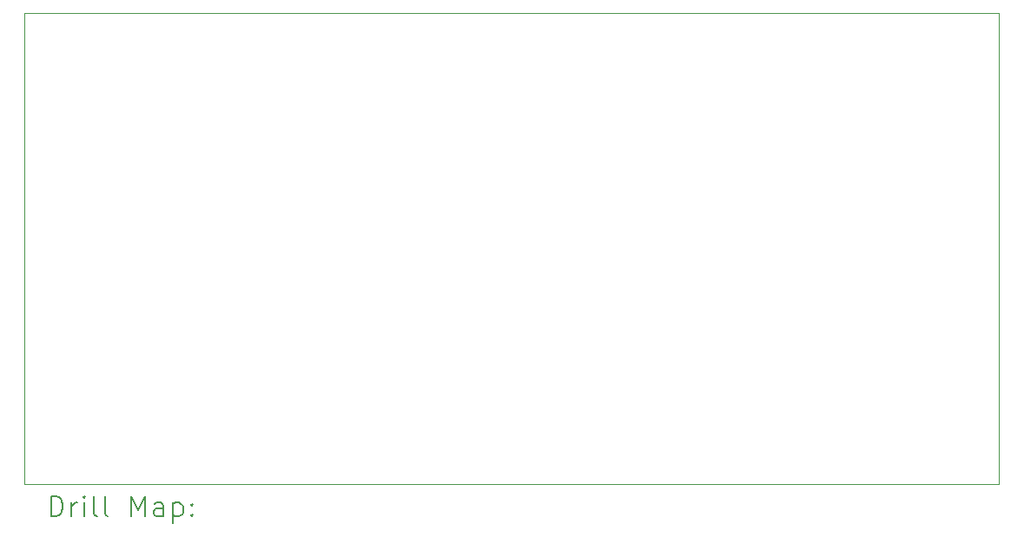
<source format=gbr>
%TF.GenerationSoftware,KiCad,Pcbnew,9.0.7-1.fc42*%
%TF.CreationDate,2026-02-18T17:36:39+01:00*%
%TF.ProjectId,bananabus,62616e61-6e61-4627-9573-2e6b69636164,rev?*%
%TF.SameCoordinates,Original*%
%TF.FileFunction,Drillmap*%
%TF.FilePolarity,Positive*%
%FSLAX45Y45*%
G04 Gerber Fmt 4.5, Leading zero omitted, Abs format (unit mm)*
G04 Created by KiCad (PCBNEW 9.0.7-1.fc42) date 2026-02-18 17:36:39*
%MOMM*%
%LPD*%
G01*
G04 APERTURE LIST*
%ADD10C,0.050000*%
%ADD11C,0.200000*%
G04 APERTURE END LIST*
D10*
X10100000Y-5550000D02*
X19600000Y-5550000D01*
X19600000Y-10150000D01*
X10100000Y-10150000D01*
X10100000Y-5550000D01*
D11*
X10358277Y-10463984D02*
X10358277Y-10263984D01*
X10358277Y-10263984D02*
X10405896Y-10263984D01*
X10405896Y-10263984D02*
X10434467Y-10273508D01*
X10434467Y-10273508D02*
X10453515Y-10292555D01*
X10453515Y-10292555D02*
X10463039Y-10311603D01*
X10463039Y-10311603D02*
X10472563Y-10349698D01*
X10472563Y-10349698D02*
X10472563Y-10378270D01*
X10472563Y-10378270D02*
X10463039Y-10416365D01*
X10463039Y-10416365D02*
X10453515Y-10435412D01*
X10453515Y-10435412D02*
X10434467Y-10454460D01*
X10434467Y-10454460D02*
X10405896Y-10463984D01*
X10405896Y-10463984D02*
X10358277Y-10463984D01*
X10558277Y-10463984D02*
X10558277Y-10330650D01*
X10558277Y-10368746D02*
X10567801Y-10349698D01*
X10567801Y-10349698D02*
X10577324Y-10340174D01*
X10577324Y-10340174D02*
X10596372Y-10330650D01*
X10596372Y-10330650D02*
X10615420Y-10330650D01*
X10682086Y-10463984D02*
X10682086Y-10330650D01*
X10682086Y-10263984D02*
X10672563Y-10273508D01*
X10672563Y-10273508D02*
X10682086Y-10283031D01*
X10682086Y-10283031D02*
X10691610Y-10273508D01*
X10691610Y-10273508D02*
X10682086Y-10263984D01*
X10682086Y-10263984D02*
X10682086Y-10283031D01*
X10805896Y-10463984D02*
X10786848Y-10454460D01*
X10786848Y-10454460D02*
X10777324Y-10435412D01*
X10777324Y-10435412D02*
X10777324Y-10263984D01*
X10910658Y-10463984D02*
X10891610Y-10454460D01*
X10891610Y-10454460D02*
X10882086Y-10435412D01*
X10882086Y-10435412D02*
X10882086Y-10263984D01*
X11139229Y-10463984D02*
X11139229Y-10263984D01*
X11139229Y-10263984D02*
X11205896Y-10406841D01*
X11205896Y-10406841D02*
X11272562Y-10263984D01*
X11272562Y-10263984D02*
X11272562Y-10463984D01*
X11453515Y-10463984D02*
X11453515Y-10359222D01*
X11453515Y-10359222D02*
X11443991Y-10340174D01*
X11443991Y-10340174D02*
X11424943Y-10330650D01*
X11424943Y-10330650D02*
X11386848Y-10330650D01*
X11386848Y-10330650D02*
X11367801Y-10340174D01*
X11453515Y-10454460D02*
X11434467Y-10463984D01*
X11434467Y-10463984D02*
X11386848Y-10463984D01*
X11386848Y-10463984D02*
X11367801Y-10454460D01*
X11367801Y-10454460D02*
X11358277Y-10435412D01*
X11358277Y-10435412D02*
X11358277Y-10416365D01*
X11358277Y-10416365D02*
X11367801Y-10397317D01*
X11367801Y-10397317D02*
X11386848Y-10387793D01*
X11386848Y-10387793D02*
X11434467Y-10387793D01*
X11434467Y-10387793D02*
X11453515Y-10378270D01*
X11548753Y-10330650D02*
X11548753Y-10530650D01*
X11548753Y-10340174D02*
X11567801Y-10330650D01*
X11567801Y-10330650D02*
X11605896Y-10330650D01*
X11605896Y-10330650D02*
X11624943Y-10340174D01*
X11624943Y-10340174D02*
X11634467Y-10349698D01*
X11634467Y-10349698D02*
X11643991Y-10368746D01*
X11643991Y-10368746D02*
X11643991Y-10425889D01*
X11643991Y-10425889D02*
X11634467Y-10444936D01*
X11634467Y-10444936D02*
X11624943Y-10454460D01*
X11624943Y-10454460D02*
X11605896Y-10463984D01*
X11605896Y-10463984D02*
X11567801Y-10463984D01*
X11567801Y-10463984D02*
X11548753Y-10454460D01*
X11729705Y-10444936D02*
X11739229Y-10454460D01*
X11739229Y-10454460D02*
X11729705Y-10463984D01*
X11729705Y-10463984D02*
X11720182Y-10454460D01*
X11720182Y-10454460D02*
X11729705Y-10444936D01*
X11729705Y-10444936D02*
X11729705Y-10463984D01*
X11729705Y-10340174D02*
X11739229Y-10349698D01*
X11739229Y-10349698D02*
X11729705Y-10359222D01*
X11729705Y-10359222D02*
X11720182Y-10349698D01*
X11720182Y-10349698D02*
X11729705Y-10340174D01*
X11729705Y-10340174D02*
X11729705Y-10359222D01*
M02*

</source>
